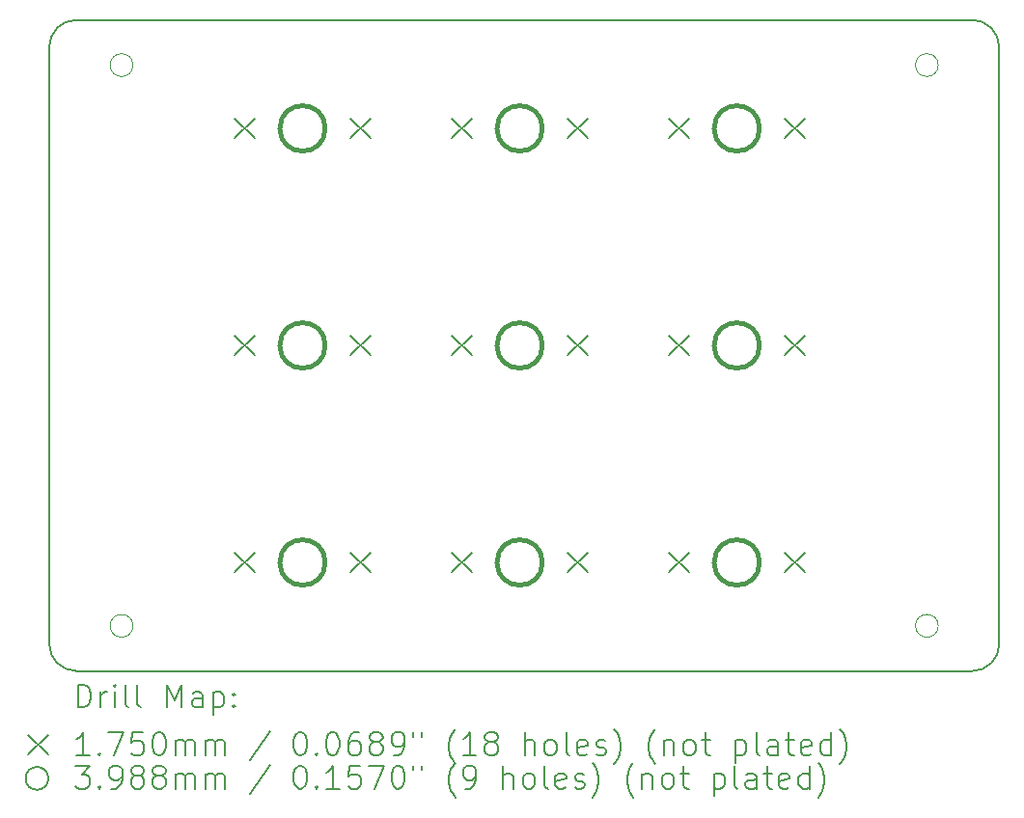
<source format=gbr>
%TF.GenerationSoftware,KiCad,Pcbnew,(6.0.9)*%
%TF.CreationDate,2023-04-02T22:43:47-05:00*%
%TF.ProjectId,Programmable Keys,50726f67-7261-46d6-9d61-626c65204b65,rev?*%
%TF.SameCoordinates,Original*%
%TF.FileFunction,Drillmap*%
%TF.FilePolarity,Positive*%
%FSLAX45Y45*%
G04 Gerber Fmt 4.5, Leading zero omitted, Abs format (unit mm)*
G04 Created by KiCad (PCBNEW (6.0.9)) date 2023-04-02 22:43:47*
%MOMM*%
%LPD*%
G01*
G04 APERTURE LIST*
%ADD10C,0.150000*%
%ADD11C,0.100000*%
%ADD12C,0.200000*%
%ADD13C,0.175000*%
%ADD14C,0.398780*%
G04 APERTURE END LIST*
D10*
X14525620Y-10715625D02*
G75*
G03*
X14763750Y-10953750I238130J5D01*
G01*
D11*
X15260625Y-10556875D02*
G75*
G03*
X15260625Y-10556875I-100000J0D01*
G01*
D10*
X22860000Y-5476875D02*
G75*
G03*
X22621875Y-5238750I-238130J-5D01*
G01*
X14763750Y-5238750D02*
X22621875Y-5238750D01*
D11*
X22325000Y-10556875D02*
G75*
G03*
X22325000Y-10556875I-100000J0D01*
G01*
D10*
X14525625Y-10715625D02*
X14525625Y-5476875D01*
X14763750Y-10953750D02*
X22621875Y-10953750D01*
D11*
X22325000Y-5635625D02*
G75*
G03*
X22325000Y-5635625I-100000J0D01*
G01*
D10*
X22621875Y-10953750D02*
G75*
G03*
X22860000Y-10715625I-5J238130D01*
G01*
X22860000Y-5476875D02*
X22860000Y-10715625D01*
D11*
X15260625Y-5635625D02*
G75*
G03*
X15260625Y-5635625I-100000J0D01*
G01*
D10*
X14763750Y-5238755D02*
G75*
G03*
X14525625Y-5476875I0J-238125D01*
G01*
D12*
D13*
X16152625Y-6103750D02*
X16327625Y-6278750D01*
X16327625Y-6103750D02*
X16152625Y-6278750D01*
X16152625Y-8008750D02*
X16327625Y-8183750D01*
X16327625Y-8008750D02*
X16152625Y-8183750D01*
X16152625Y-9913750D02*
X16327625Y-10088750D01*
X16327625Y-9913750D02*
X16152625Y-10088750D01*
X17168625Y-6103750D02*
X17343625Y-6278750D01*
X17343625Y-6103750D02*
X17168625Y-6278750D01*
X17168625Y-8008750D02*
X17343625Y-8183750D01*
X17343625Y-8008750D02*
X17168625Y-8183750D01*
X17168625Y-9913750D02*
X17343625Y-10088750D01*
X17343625Y-9913750D02*
X17168625Y-10088750D01*
X18057625Y-6103750D02*
X18232625Y-6278750D01*
X18232625Y-6103750D02*
X18057625Y-6278750D01*
X18057625Y-8008750D02*
X18232625Y-8183750D01*
X18232625Y-8008750D02*
X18057625Y-8183750D01*
X18057625Y-9913750D02*
X18232625Y-10088750D01*
X18232625Y-9913750D02*
X18057625Y-10088750D01*
X19073625Y-6103750D02*
X19248625Y-6278750D01*
X19248625Y-6103750D02*
X19073625Y-6278750D01*
X19073625Y-8008750D02*
X19248625Y-8183750D01*
X19248625Y-8008750D02*
X19073625Y-8183750D01*
X19073625Y-9913750D02*
X19248625Y-10088750D01*
X19248625Y-9913750D02*
X19073625Y-10088750D01*
X19962625Y-6103750D02*
X20137625Y-6278750D01*
X20137625Y-6103750D02*
X19962625Y-6278750D01*
X19962625Y-8008750D02*
X20137625Y-8183750D01*
X20137625Y-8008750D02*
X19962625Y-8183750D01*
X19962625Y-9913750D02*
X20137625Y-10088750D01*
X20137625Y-9913750D02*
X19962625Y-10088750D01*
X20978625Y-6103750D02*
X21153625Y-6278750D01*
X21153625Y-6103750D02*
X20978625Y-6278750D01*
X20978625Y-8008750D02*
X21153625Y-8183750D01*
X21153625Y-8008750D02*
X20978625Y-8183750D01*
X20978625Y-9913750D02*
X21153625Y-10088750D01*
X21153625Y-9913750D02*
X20978625Y-10088750D01*
D14*
X16947515Y-6191250D02*
G75*
G03*
X16947515Y-6191250I-199390J0D01*
G01*
X16947515Y-8096250D02*
G75*
G03*
X16947515Y-8096250I-199390J0D01*
G01*
X16947515Y-10001250D02*
G75*
G03*
X16947515Y-10001250I-199390J0D01*
G01*
X18852515Y-6191250D02*
G75*
G03*
X18852515Y-6191250I-199390J0D01*
G01*
X18852515Y-8096250D02*
G75*
G03*
X18852515Y-8096250I-199390J0D01*
G01*
X18852515Y-10001250D02*
G75*
G03*
X18852515Y-10001250I-199390J0D01*
G01*
X20757515Y-6191250D02*
G75*
G03*
X20757515Y-6191250I-199390J0D01*
G01*
X20757515Y-8096250D02*
G75*
G03*
X20757515Y-8096250I-199390J0D01*
G01*
X20757515Y-10001250D02*
G75*
G03*
X20757515Y-10001250I-199390J0D01*
G01*
D12*
X14775744Y-11271726D02*
X14775744Y-11071726D01*
X14823363Y-11071726D01*
X14851934Y-11081250D01*
X14870982Y-11100298D01*
X14880506Y-11119345D01*
X14890030Y-11157440D01*
X14890030Y-11186012D01*
X14880506Y-11224107D01*
X14870982Y-11243155D01*
X14851934Y-11262202D01*
X14823363Y-11271726D01*
X14775744Y-11271726D01*
X14975744Y-11271726D02*
X14975744Y-11138393D01*
X14975744Y-11176488D02*
X14985268Y-11157440D01*
X14994792Y-11147917D01*
X15013839Y-11138393D01*
X15032887Y-11138393D01*
X15099553Y-11271726D02*
X15099553Y-11138393D01*
X15099553Y-11071726D02*
X15090030Y-11081250D01*
X15099553Y-11090774D01*
X15109077Y-11081250D01*
X15099553Y-11071726D01*
X15099553Y-11090774D01*
X15223363Y-11271726D02*
X15204315Y-11262202D01*
X15194792Y-11243155D01*
X15194792Y-11071726D01*
X15328125Y-11271726D02*
X15309077Y-11262202D01*
X15299553Y-11243155D01*
X15299553Y-11071726D01*
X15556696Y-11271726D02*
X15556696Y-11071726D01*
X15623363Y-11214583D01*
X15690030Y-11071726D01*
X15690030Y-11271726D01*
X15870982Y-11271726D02*
X15870982Y-11166964D01*
X15861458Y-11147917D01*
X15842411Y-11138393D01*
X15804315Y-11138393D01*
X15785268Y-11147917D01*
X15870982Y-11262202D02*
X15851934Y-11271726D01*
X15804315Y-11271726D01*
X15785268Y-11262202D01*
X15775744Y-11243155D01*
X15775744Y-11224107D01*
X15785268Y-11205059D01*
X15804315Y-11195536D01*
X15851934Y-11195536D01*
X15870982Y-11186012D01*
X15966220Y-11138393D02*
X15966220Y-11338393D01*
X15966220Y-11147917D02*
X15985268Y-11138393D01*
X16023363Y-11138393D01*
X16042411Y-11147917D01*
X16051934Y-11157440D01*
X16061458Y-11176488D01*
X16061458Y-11233631D01*
X16051934Y-11252678D01*
X16042411Y-11262202D01*
X16023363Y-11271726D01*
X15985268Y-11271726D01*
X15966220Y-11262202D01*
X16147173Y-11252678D02*
X16156696Y-11262202D01*
X16147173Y-11271726D01*
X16137649Y-11262202D01*
X16147173Y-11252678D01*
X16147173Y-11271726D01*
X16147173Y-11147917D02*
X16156696Y-11157440D01*
X16147173Y-11166964D01*
X16137649Y-11157440D01*
X16147173Y-11147917D01*
X16147173Y-11166964D01*
D13*
X14343125Y-11513750D02*
X14518125Y-11688750D01*
X14518125Y-11513750D02*
X14343125Y-11688750D01*
D12*
X14880506Y-11691726D02*
X14766220Y-11691726D01*
X14823363Y-11691726D02*
X14823363Y-11491726D01*
X14804315Y-11520298D01*
X14785268Y-11539345D01*
X14766220Y-11548869D01*
X14966220Y-11672678D02*
X14975744Y-11682202D01*
X14966220Y-11691726D01*
X14956696Y-11682202D01*
X14966220Y-11672678D01*
X14966220Y-11691726D01*
X15042411Y-11491726D02*
X15175744Y-11491726D01*
X15090030Y-11691726D01*
X15347173Y-11491726D02*
X15251934Y-11491726D01*
X15242411Y-11586964D01*
X15251934Y-11577440D01*
X15270982Y-11567917D01*
X15318601Y-11567917D01*
X15337649Y-11577440D01*
X15347173Y-11586964D01*
X15356696Y-11606012D01*
X15356696Y-11653631D01*
X15347173Y-11672678D01*
X15337649Y-11682202D01*
X15318601Y-11691726D01*
X15270982Y-11691726D01*
X15251934Y-11682202D01*
X15242411Y-11672678D01*
X15480506Y-11491726D02*
X15499553Y-11491726D01*
X15518601Y-11501250D01*
X15528125Y-11510774D01*
X15537649Y-11529821D01*
X15547173Y-11567917D01*
X15547173Y-11615536D01*
X15537649Y-11653631D01*
X15528125Y-11672678D01*
X15518601Y-11682202D01*
X15499553Y-11691726D01*
X15480506Y-11691726D01*
X15461458Y-11682202D01*
X15451934Y-11672678D01*
X15442411Y-11653631D01*
X15432887Y-11615536D01*
X15432887Y-11567917D01*
X15442411Y-11529821D01*
X15451934Y-11510774D01*
X15461458Y-11501250D01*
X15480506Y-11491726D01*
X15632887Y-11691726D02*
X15632887Y-11558393D01*
X15632887Y-11577440D02*
X15642411Y-11567917D01*
X15661458Y-11558393D01*
X15690030Y-11558393D01*
X15709077Y-11567917D01*
X15718601Y-11586964D01*
X15718601Y-11691726D01*
X15718601Y-11586964D02*
X15728125Y-11567917D01*
X15747173Y-11558393D01*
X15775744Y-11558393D01*
X15794792Y-11567917D01*
X15804315Y-11586964D01*
X15804315Y-11691726D01*
X15899553Y-11691726D02*
X15899553Y-11558393D01*
X15899553Y-11577440D02*
X15909077Y-11567917D01*
X15928125Y-11558393D01*
X15956696Y-11558393D01*
X15975744Y-11567917D01*
X15985268Y-11586964D01*
X15985268Y-11691726D01*
X15985268Y-11586964D02*
X15994792Y-11567917D01*
X16013839Y-11558393D01*
X16042411Y-11558393D01*
X16061458Y-11567917D01*
X16070982Y-11586964D01*
X16070982Y-11691726D01*
X16461458Y-11482202D02*
X16290030Y-11739345D01*
X16718601Y-11491726D02*
X16737649Y-11491726D01*
X16756696Y-11501250D01*
X16766220Y-11510774D01*
X16775744Y-11529821D01*
X16785268Y-11567917D01*
X16785268Y-11615536D01*
X16775744Y-11653631D01*
X16766220Y-11672678D01*
X16756696Y-11682202D01*
X16737649Y-11691726D01*
X16718601Y-11691726D01*
X16699553Y-11682202D01*
X16690030Y-11672678D01*
X16680506Y-11653631D01*
X16670982Y-11615536D01*
X16670982Y-11567917D01*
X16680506Y-11529821D01*
X16690030Y-11510774D01*
X16699553Y-11501250D01*
X16718601Y-11491726D01*
X16870982Y-11672678D02*
X16880506Y-11682202D01*
X16870982Y-11691726D01*
X16861458Y-11682202D01*
X16870982Y-11672678D01*
X16870982Y-11691726D01*
X17004315Y-11491726D02*
X17023363Y-11491726D01*
X17042411Y-11501250D01*
X17051935Y-11510774D01*
X17061458Y-11529821D01*
X17070982Y-11567917D01*
X17070982Y-11615536D01*
X17061458Y-11653631D01*
X17051935Y-11672678D01*
X17042411Y-11682202D01*
X17023363Y-11691726D01*
X17004315Y-11691726D01*
X16985268Y-11682202D01*
X16975744Y-11672678D01*
X16966220Y-11653631D01*
X16956696Y-11615536D01*
X16956696Y-11567917D01*
X16966220Y-11529821D01*
X16975744Y-11510774D01*
X16985268Y-11501250D01*
X17004315Y-11491726D01*
X17242411Y-11491726D02*
X17204315Y-11491726D01*
X17185268Y-11501250D01*
X17175744Y-11510774D01*
X17156696Y-11539345D01*
X17147173Y-11577440D01*
X17147173Y-11653631D01*
X17156696Y-11672678D01*
X17166220Y-11682202D01*
X17185268Y-11691726D01*
X17223363Y-11691726D01*
X17242411Y-11682202D01*
X17251935Y-11672678D01*
X17261458Y-11653631D01*
X17261458Y-11606012D01*
X17251935Y-11586964D01*
X17242411Y-11577440D01*
X17223363Y-11567917D01*
X17185268Y-11567917D01*
X17166220Y-11577440D01*
X17156696Y-11586964D01*
X17147173Y-11606012D01*
X17375744Y-11577440D02*
X17356696Y-11567917D01*
X17347173Y-11558393D01*
X17337649Y-11539345D01*
X17337649Y-11529821D01*
X17347173Y-11510774D01*
X17356696Y-11501250D01*
X17375744Y-11491726D01*
X17413839Y-11491726D01*
X17432887Y-11501250D01*
X17442411Y-11510774D01*
X17451935Y-11529821D01*
X17451935Y-11539345D01*
X17442411Y-11558393D01*
X17432887Y-11567917D01*
X17413839Y-11577440D01*
X17375744Y-11577440D01*
X17356696Y-11586964D01*
X17347173Y-11596488D01*
X17337649Y-11615536D01*
X17337649Y-11653631D01*
X17347173Y-11672678D01*
X17356696Y-11682202D01*
X17375744Y-11691726D01*
X17413839Y-11691726D01*
X17432887Y-11682202D01*
X17442411Y-11672678D01*
X17451935Y-11653631D01*
X17451935Y-11615536D01*
X17442411Y-11596488D01*
X17432887Y-11586964D01*
X17413839Y-11577440D01*
X17547173Y-11691726D02*
X17585268Y-11691726D01*
X17604315Y-11682202D01*
X17613839Y-11672678D01*
X17632887Y-11644107D01*
X17642411Y-11606012D01*
X17642411Y-11529821D01*
X17632887Y-11510774D01*
X17623363Y-11501250D01*
X17604315Y-11491726D01*
X17566220Y-11491726D01*
X17547173Y-11501250D01*
X17537649Y-11510774D01*
X17528125Y-11529821D01*
X17528125Y-11577440D01*
X17537649Y-11596488D01*
X17547173Y-11606012D01*
X17566220Y-11615536D01*
X17604315Y-11615536D01*
X17623363Y-11606012D01*
X17632887Y-11596488D01*
X17642411Y-11577440D01*
X17718601Y-11491726D02*
X17718601Y-11529821D01*
X17794792Y-11491726D02*
X17794792Y-11529821D01*
X18090030Y-11767917D02*
X18080506Y-11758393D01*
X18061458Y-11729821D01*
X18051935Y-11710774D01*
X18042411Y-11682202D01*
X18032887Y-11634583D01*
X18032887Y-11596488D01*
X18042411Y-11548869D01*
X18051935Y-11520298D01*
X18061458Y-11501250D01*
X18080506Y-11472678D01*
X18090030Y-11463155D01*
X18270982Y-11691726D02*
X18156696Y-11691726D01*
X18213839Y-11691726D02*
X18213839Y-11491726D01*
X18194792Y-11520298D01*
X18175744Y-11539345D01*
X18156696Y-11548869D01*
X18385268Y-11577440D02*
X18366220Y-11567917D01*
X18356696Y-11558393D01*
X18347173Y-11539345D01*
X18347173Y-11529821D01*
X18356696Y-11510774D01*
X18366220Y-11501250D01*
X18385268Y-11491726D01*
X18423363Y-11491726D01*
X18442411Y-11501250D01*
X18451935Y-11510774D01*
X18461458Y-11529821D01*
X18461458Y-11539345D01*
X18451935Y-11558393D01*
X18442411Y-11567917D01*
X18423363Y-11577440D01*
X18385268Y-11577440D01*
X18366220Y-11586964D01*
X18356696Y-11596488D01*
X18347173Y-11615536D01*
X18347173Y-11653631D01*
X18356696Y-11672678D01*
X18366220Y-11682202D01*
X18385268Y-11691726D01*
X18423363Y-11691726D01*
X18442411Y-11682202D01*
X18451935Y-11672678D01*
X18461458Y-11653631D01*
X18461458Y-11615536D01*
X18451935Y-11596488D01*
X18442411Y-11586964D01*
X18423363Y-11577440D01*
X18699554Y-11691726D02*
X18699554Y-11491726D01*
X18785268Y-11691726D02*
X18785268Y-11586964D01*
X18775744Y-11567917D01*
X18756696Y-11558393D01*
X18728125Y-11558393D01*
X18709077Y-11567917D01*
X18699554Y-11577440D01*
X18909077Y-11691726D02*
X18890030Y-11682202D01*
X18880506Y-11672678D01*
X18870982Y-11653631D01*
X18870982Y-11596488D01*
X18880506Y-11577440D01*
X18890030Y-11567917D01*
X18909077Y-11558393D01*
X18937649Y-11558393D01*
X18956696Y-11567917D01*
X18966220Y-11577440D01*
X18975744Y-11596488D01*
X18975744Y-11653631D01*
X18966220Y-11672678D01*
X18956696Y-11682202D01*
X18937649Y-11691726D01*
X18909077Y-11691726D01*
X19090030Y-11691726D02*
X19070982Y-11682202D01*
X19061458Y-11663155D01*
X19061458Y-11491726D01*
X19242411Y-11682202D02*
X19223363Y-11691726D01*
X19185268Y-11691726D01*
X19166220Y-11682202D01*
X19156696Y-11663155D01*
X19156696Y-11586964D01*
X19166220Y-11567917D01*
X19185268Y-11558393D01*
X19223363Y-11558393D01*
X19242411Y-11567917D01*
X19251935Y-11586964D01*
X19251935Y-11606012D01*
X19156696Y-11625059D01*
X19328125Y-11682202D02*
X19347173Y-11691726D01*
X19385268Y-11691726D01*
X19404315Y-11682202D01*
X19413839Y-11663155D01*
X19413839Y-11653631D01*
X19404315Y-11634583D01*
X19385268Y-11625059D01*
X19356696Y-11625059D01*
X19337649Y-11615536D01*
X19328125Y-11596488D01*
X19328125Y-11586964D01*
X19337649Y-11567917D01*
X19356696Y-11558393D01*
X19385268Y-11558393D01*
X19404315Y-11567917D01*
X19480506Y-11767917D02*
X19490030Y-11758393D01*
X19509077Y-11729821D01*
X19518601Y-11710774D01*
X19528125Y-11682202D01*
X19537649Y-11634583D01*
X19537649Y-11596488D01*
X19528125Y-11548869D01*
X19518601Y-11520298D01*
X19509077Y-11501250D01*
X19490030Y-11472678D01*
X19480506Y-11463155D01*
X19842411Y-11767917D02*
X19832887Y-11758393D01*
X19813839Y-11729821D01*
X19804315Y-11710774D01*
X19794792Y-11682202D01*
X19785268Y-11634583D01*
X19785268Y-11596488D01*
X19794792Y-11548869D01*
X19804315Y-11520298D01*
X19813839Y-11501250D01*
X19832887Y-11472678D01*
X19842411Y-11463155D01*
X19918601Y-11558393D02*
X19918601Y-11691726D01*
X19918601Y-11577440D02*
X19928125Y-11567917D01*
X19947173Y-11558393D01*
X19975744Y-11558393D01*
X19994792Y-11567917D01*
X20004315Y-11586964D01*
X20004315Y-11691726D01*
X20128125Y-11691726D02*
X20109077Y-11682202D01*
X20099554Y-11672678D01*
X20090030Y-11653631D01*
X20090030Y-11596488D01*
X20099554Y-11577440D01*
X20109077Y-11567917D01*
X20128125Y-11558393D01*
X20156696Y-11558393D01*
X20175744Y-11567917D01*
X20185268Y-11577440D01*
X20194792Y-11596488D01*
X20194792Y-11653631D01*
X20185268Y-11672678D01*
X20175744Y-11682202D01*
X20156696Y-11691726D01*
X20128125Y-11691726D01*
X20251935Y-11558393D02*
X20328125Y-11558393D01*
X20280506Y-11491726D02*
X20280506Y-11663155D01*
X20290030Y-11682202D01*
X20309077Y-11691726D01*
X20328125Y-11691726D01*
X20547173Y-11558393D02*
X20547173Y-11758393D01*
X20547173Y-11567917D02*
X20566220Y-11558393D01*
X20604315Y-11558393D01*
X20623363Y-11567917D01*
X20632887Y-11577440D01*
X20642411Y-11596488D01*
X20642411Y-11653631D01*
X20632887Y-11672678D01*
X20623363Y-11682202D01*
X20604315Y-11691726D01*
X20566220Y-11691726D01*
X20547173Y-11682202D01*
X20756696Y-11691726D02*
X20737649Y-11682202D01*
X20728125Y-11663155D01*
X20728125Y-11491726D01*
X20918601Y-11691726D02*
X20918601Y-11586964D01*
X20909077Y-11567917D01*
X20890030Y-11558393D01*
X20851935Y-11558393D01*
X20832887Y-11567917D01*
X20918601Y-11682202D02*
X20899554Y-11691726D01*
X20851935Y-11691726D01*
X20832887Y-11682202D01*
X20823363Y-11663155D01*
X20823363Y-11644107D01*
X20832887Y-11625059D01*
X20851935Y-11615536D01*
X20899554Y-11615536D01*
X20918601Y-11606012D01*
X20985268Y-11558393D02*
X21061458Y-11558393D01*
X21013839Y-11491726D02*
X21013839Y-11663155D01*
X21023363Y-11682202D01*
X21042411Y-11691726D01*
X21061458Y-11691726D01*
X21204315Y-11682202D02*
X21185268Y-11691726D01*
X21147173Y-11691726D01*
X21128125Y-11682202D01*
X21118601Y-11663155D01*
X21118601Y-11586964D01*
X21128125Y-11567917D01*
X21147173Y-11558393D01*
X21185268Y-11558393D01*
X21204315Y-11567917D01*
X21213839Y-11586964D01*
X21213839Y-11606012D01*
X21118601Y-11625059D01*
X21385268Y-11691726D02*
X21385268Y-11491726D01*
X21385268Y-11682202D02*
X21366220Y-11691726D01*
X21328125Y-11691726D01*
X21309077Y-11682202D01*
X21299554Y-11672678D01*
X21290030Y-11653631D01*
X21290030Y-11596488D01*
X21299554Y-11577440D01*
X21309077Y-11567917D01*
X21328125Y-11558393D01*
X21366220Y-11558393D01*
X21385268Y-11567917D01*
X21461458Y-11767917D02*
X21470982Y-11758393D01*
X21490030Y-11729821D01*
X21499554Y-11710774D01*
X21509077Y-11682202D01*
X21518601Y-11634583D01*
X21518601Y-11596488D01*
X21509077Y-11548869D01*
X21499554Y-11520298D01*
X21490030Y-11501250D01*
X21470982Y-11472678D01*
X21461458Y-11463155D01*
X14518125Y-11896250D02*
G75*
G03*
X14518125Y-11896250I-100000J0D01*
G01*
X14756696Y-11786726D02*
X14880506Y-11786726D01*
X14813839Y-11862917D01*
X14842411Y-11862917D01*
X14861458Y-11872440D01*
X14870982Y-11881964D01*
X14880506Y-11901012D01*
X14880506Y-11948631D01*
X14870982Y-11967678D01*
X14861458Y-11977202D01*
X14842411Y-11986726D01*
X14785268Y-11986726D01*
X14766220Y-11977202D01*
X14756696Y-11967678D01*
X14966220Y-11967678D02*
X14975744Y-11977202D01*
X14966220Y-11986726D01*
X14956696Y-11977202D01*
X14966220Y-11967678D01*
X14966220Y-11986726D01*
X15070982Y-11986726D02*
X15109077Y-11986726D01*
X15128125Y-11977202D01*
X15137649Y-11967678D01*
X15156696Y-11939107D01*
X15166220Y-11901012D01*
X15166220Y-11824821D01*
X15156696Y-11805774D01*
X15147173Y-11796250D01*
X15128125Y-11786726D01*
X15090030Y-11786726D01*
X15070982Y-11796250D01*
X15061458Y-11805774D01*
X15051934Y-11824821D01*
X15051934Y-11872440D01*
X15061458Y-11891488D01*
X15070982Y-11901012D01*
X15090030Y-11910536D01*
X15128125Y-11910536D01*
X15147173Y-11901012D01*
X15156696Y-11891488D01*
X15166220Y-11872440D01*
X15280506Y-11872440D02*
X15261458Y-11862917D01*
X15251934Y-11853393D01*
X15242411Y-11834345D01*
X15242411Y-11824821D01*
X15251934Y-11805774D01*
X15261458Y-11796250D01*
X15280506Y-11786726D01*
X15318601Y-11786726D01*
X15337649Y-11796250D01*
X15347173Y-11805774D01*
X15356696Y-11824821D01*
X15356696Y-11834345D01*
X15347173Y-11853393D01*
X15337649Y-11862917D01*
X15318601Y-11872440D01*
X15280506Y-11872440D01*
X15261458Y-11881964D01*
X15251934Y-11891488D01*
X15242411Y-11910536D01*
X15242411Y-11948631D01*
X15251934Y-11967678D01*
X15261458Y-11977202D01*
X15280506Y-11986726D01*
X15318601Y-11986726D01*
X15337649Y-11977202D01*
X15347173Y-11967678D01*
X15356696Y-11948631D01*
X15356696Y-11910536D01*
X15347173Y-11891488D01*
X15337649Y-11881964D01*
X15318601Y-11872440D01*
X15470982Y-11872440D02*
X15451934Y-11862917D01*
X15442411Y-11853393D01*
X15432887Y-11834345D01*
X15432887Y-11824821D01*
X15442411Y-11805774D01*
X15451934Y-11796250D01*
X15470982Y-11786726D01*
X15509077Y-11786726D01*
X15528125Y-11796250D01*
X15537649Y-11805774D01*
X15547173Y-11824821D01*
X15547173Y-11834345D01*
X15537649Y-11853393D01*
X15528125Y-11862917D01*
X15509077Y-11872440D01*
X15470982Y-11872440D01*
X15451934Y-11881964D01*
X15442411Y-11891488D01*
X15432887Y-11910536D01*
X15432887Y-11948631D01*
X15442411Y-11967678D01*
X15451934Y-11977202D01*
X15470982Y-11986726D01*
X15509077Y-11986726D01*
X15528125Y-11977202D01*
X15537649Y-11967678D01*
X15547173Y-11948631D01*
X15547173Y-11910536D01*
X15537649Y-11891488D01*
X15528125Y-11881964D01*
X15509077Y-11872440D01*
X15632887Y-11986726D02*
X15632887Y-11853393D01*
X15632887Y-11872440D02*
X15642411Y-11862917D01*
X15661458Y-11853393D01*
X15690030Y-11853393D01*
X15709077Y-11862917D01*
X15718601Y-11881964D01*
X15718601Y-11986726D01*
X15718601Y-11881964D02*
X15728125Y-11862917D01*
X15747173Y-11853393D01*
X15775744Y-11853393D01*
X15794792Y-11862917D01*
X15804315Y-11881964D01*
X15804315Y-11986726D01*
X15899553Y-11986726D02*
X15899553Y-11853393D01*
X15899553Y-11872440D02*
X15909077Y-11862917D01*
X15928125Y-11853393D01*
X15956696Y-11853393D01*
X15975744Y-11862917D01*
X15985268Y-11881964D01*
X15985268Y-11986726D01*
X15985268Y-11881964D02*
X15994792Y-11862917D01*
X16013839Y-11853393D01*
X16042411Y-11853393D01*
X16061458Y-11862917D01*
X16070982Y-11881964D01*
X16070982Y-11986726D01*
X16461458Y-11777202D02*
X16290030Y-12034345D01*
X16718601Y-11786726D02*
X16737649Y-11786726D01*
X16756696Y-11796250D01*
X16766220Y-11805774D01*
X16775744Y-11824821D01*
X16785268Y-11862917D01*
X16785268Y-11910536D01*
X16775744Y-11948631D01*
X16766220Y-11967678D01*
X16756696Y-11977202D01*
X16737649Y-11986726D01*
X16718601Y-11986726D01*
X16699553Y-11977202D01*
X16690030Y-11967678D01*
X16680506Y-11948631D01*
X16670982Y-11910536D01*
X16670982Y-11862917D01*
X16680506Y-11824821D01*
X16690030Y-11805774D01*
X16699553Y-11796250D01*
X16718601Y-11786726D01*
X16870982Y-11967678D02*
X16880506Y-11977202D01*
X16870982Y-11986726D01*
X16861458Y-11977202D01*
X16870982Y-11967678D01*
X16870982Y-11986726D01*
X17070982Y-11986726D02*
X16956696Y-11986726D01*
X17013839Y-11986726D02*
X17013839Y-11786726D01*
X16994792Y-11815298D01*
X16975744Y-11834345D01*
X16956696Y-11843869D01*
X17251935Y-11786726D02*
X17156696Y-11786726D01*
X17147173Y-11881964D01*
X17156696Y-11872440D01*
X17175744Y-11862917D01*
X17223363Y-11862917D01*
X17242411Y-11872440D01*
X17251935Y-11881964D01*
X17261458Y-11901012D01*
X17261458Y-11948631D01*
X17251935Y-11967678D01*
X17242411Y-11977202D01*
X17223363Y-11986726D01*
X17175744Y-11986726D01*
X17156696Y-11977202D01*
X17147173Y-11967678D01*
X17328125Y-11786726D02*
X17461458Y-11786726D01*
X17375744Y-11986726D01*
X17575744Y-11786726D02*
X17594792Y-11786726D01*
X17613839Y-11796250D01*
X17623363Y-11805774D01*
X17632887Y-11824821D01*
X17642411Y-11862917D01*
X17642411Y-11910536D01*
X17632887Y-11948631D01*
X17623363Y-11967678D01*
X17613839Y-11977202D01*
X17594792Y-11986726D01*
X17575744Y-11986726D01*
X17556696Y-11977202D01*
X17547173Y-11967678D01*
X17537649Y-11948631D01*
X17528125Y-11910536D01*
X17528125Y-11862917D01*
X17537649Y-11824821D01*
X17547173Y-11805774D01*
X17556696Y-11796250D01*
X17575744Y-11786726D01*
X17718601Y-11786726D02*
X17718601Y-11824821D01*
X17794792Y-11786726D02*
X17794792Y-11824821D01*
X18090030Y-12062917D02*
X18080506Y-12053393D01*
X18061458Y-12024821D01*
X18051935Y-12005774D01*
X18042411Y-11977202D01*
X18032887Y-11929583D01*
X18032887Y-11891488D01*
X18042411Y-11843869D01*
X18051935Y-11815298D01*
X18061458Y-11796250D01*
X18080506Y-11767678D01*
X18090030Y-11758155D01*
X18175744Y-11986726D02*
X18213839Y-11986726D01*
X18232887Y-11977202D01*
X18242411Y-11967678D01*
X18261458Y-11939107D01*
X18270982Y-11901012D01*
X18270982Y-11824821D01*
X18261458Y-11805774D01*
X18251935Y-11796250D01*
X18232887Y-11786726D01*
X18194792Y-11786726D01*
X18175744Y-11796250D01*
X18166220Y-11805774D01*
X18156696Y-11824821D01*
X18156696Y-11872440D01*
X18166220Y-11891488D01*
X18175744Y-11901012D01*
X18194792Y-11910536D01*
X18232887Y-11910536D01*
X18251935Y-11901012D01*
X18261458Y-11891488D01*
X18270982Y-11872440D01*
X18509077Y-11986726D02*
X18509077Y-11786726D01*
X18594792Y-11986726D02*
X18594792Y-11881964D01*
X18585268Y-11862917D01*
X18566220Y-11853393D01*
X18537649Y-11853393D01*
X18518601Y-11862917D01*
X18509077Y-11872440D01*
X18718601Y-11986726D02*
X18699554Y-11977202D01*
X18690030Y-11967678D01*
X18680506Y-11948631D01*
X18680506Y-11891488D01*
X18690030Y-11872440D01*
X18699554Y-11862917D01*
X18718601Y-11853393D01*
X18747173Y-11853393D01*
X18766220Y-11862917D01*
X18775744Y-11872440D01*
X18785268Y-11891488D01*
X18785268Y-11948631D01*
X18775744Y-11967678D01*
X18766220Y-11977202D01*
X18747173Y-11986726D01*
X18718601Y-11986726D01*
X18899554Y-11986726D02*
X18880506Y-11977202D01*
X18870982Y-11958155D01*
X18870982Y-11786726D01*
X19051935Y-11977202D02*
X19032887Y-11986726D01*
X18994792Y-11986726D01*
X18975744Y-11977202D01*
X18966220Y-11958155D01*
X18966220Y-11881964D01*
X18975744Y-11862917D01*
X18994792Y-11853393D01*
X19032887Y-11853393D01*
X19051935Y-11862917D01*
X19061458Y-11881964D01*
X19061458Y-11901012D01*
X18966220Y-11920059D01*
X19137649Y-11977202D02*
X19156696Y-11986726D01*
X19194792Y-11986726D01*
X19213839Y-11977202D01*
X19223363Y-11958155D01*
X19223363Y-11948631D01*
X19213839Y-11929583D01*
X19194792Y-11920059D01*
X19166220Y-11920059D01*
X19147173Y-11910536D01*
X19137649Y-11891488D01*
X19137649Y-11881964D01*
X19147173Y-11862917D01*
X19166220Y-11853393D01*
X19194792Y-11853393D01*
X19213839Y-11862917D01*
X19290030Y-12062917D02*
X19299554Y-12053393D01*
X19318601Y-12024821D01*
X19328125Y-12005774D01*
X19337649Y-11977202D01*
X19347173Y-11929583D01*
X19347173Y-11891488D01*
X19337649Y-11843869D01*
X19328125Y-11815298D01*
X19318601Y-11796250D01*
X19299554Y-11767678D01*
X19290030Y-11758155D01*
X19651935Y-12062917D02*
X19642411Y-12053393D01*
X19623363Y-12024821D01*
X19613839Y-12005774D01*
X19604315Y-11977202D01*
X19594792Y-11929583D01*
X19594792Y-11891488D01*
X19604315Y-11843869D01*
X19613839Y-11815298D01*
X19623363Y-11796250D01*
X19642411Y-11767678D01*
X19651935Y-11758155D01*
X19728125Y-11853393D02*
X19728125Y-11986726D01*
X19728125Y-11872440D02*
X19737649Y-11862917D01*
X19756696Y-11853393D01*
X19785268Y-11853393D01*
X19804315Y-11862917D01*
X19813839Y-11881964D01*
X19813839Y-11986726D01*
X19937649Y-11986726D02*
X19918601Y-11977202D01*
X19909077Y-11967678D01*
X19899554Y-11948631D01*
X19899554Y-11891488D01*
X19909077Y-11872440D01*
X19918601Y-11862917D01*
X19937649Y-11853393D01*
X19966220Y-11853393D01*
X19985268Y-11862917D01*
X19994792Y-11872440D01*
X20004315Y-11891488D01*
X20004315Y-11948631D01*
X19994792Y-11967678D01*
X19985268Y-11977202D01*
X19966220Y-11986726D01*
X19937649Y-11986726D01*
X20061458Y-11853393D02*
X20137649Y-11853393D01*
X20090030Y-11786726D02*
X20090030Y-11958155D01*
X20099554Y-11977202D01*
X20118601Y-11986726D01*
X20137649Y-11986726D01*
X20356696Y-11853393D02*
X20356696Y-12053393D01*
X20356696Y-11862917D02*
X20375744Y-11853393D01*
X20413839Y-11853393D01*
X20432887Y-11862917D01*
X20442411Y-11872440D01*
X20451935Y-11891488D01*
X20451935Y-11948631D01*
X20442411Y-11967678D01*
X20432887Y-11977202D01*
X20413839Y-11986726D01*
X20375744Y-11986726D01*
X20356696Y-11977202D01*
X20566220Y-11986726D02*
X20547173Y-11977202D01*
X20537649Y-11958155D01*
X20537649Y-11786726D01*
X20728125Y-11986726D02*
X20728125Y-11881964D01*
X20718601Y-11862917D01*
X20699554Y-11853393D01*
X20661458Y-11853393D01*
X20642411Y-11862917D01*
X20728125Y-11977202D02*
X20709077Y-11986726D01*
X20661458Y-11986726D01*
X20642411Y-11977202D01*
X20632887Y-11958155D01*
X20632887Y-11939107D01*
X20642411Y-11920059D01*
X20661458Y-11910536D01*
X20709077Y-11910536D01*
X20728125Y-11901012D01*
X20794792Y-11853393D02*
X20870982Y-11853393D01*
X20823363Y-11786726D02*
X20823363Y-11958155D01*
X20832887Y-11977202D01*
X20851935Y-11986726D01*
X20870982Y-11986726D01*
X21013839Y-11977202D02*
X20994792Y-11986726D01*
X20956696Y-11986726D01*
X20937649Y-11977202D01*
X20928125Y-11958155D01*
X20928125Y-11881964D01*
X20937649Y-11862917D01*
X20956696Y-11853393D01*
X20994792Y-11853393D01*
X21013839Y-11862917D01*
X21023363Y-11881964D01*
X21023363Y-11901012D01*
X20928125Y-11920059D01*
X21194792Y-11986726D02*
X21194792Y-11786726D01*
X21194792Y-11977202D02*
X21175744Y-11986726D01*
X21137649Y-11986726D01*
X21118601Y-11977202D01*
X21109077Y-11967678D01*
X21099554Y-11948631D01*
X21099554Y-11891488D01*
X21109077Y-11872440D01*
X21118601Y-11862917D01*
X21137649Y-11853393D01*
X21175744Y-11853393D01*
X21194792Y-11862917D01*
X21270982Y-12062917D02*
X21280506Y-12053393D01*
X21299554Y-12024821D01*
X21309077Y-12005774D01*
X21318601Y-11977202D01*
X21328125Y-11929583D01*
X21328125Y-11891488D01*
X21318601Y-11843869D01*
X21309077Y-11815298D01*
X21299554Y-11796250D01*
X21280506Y-11767678D01*
X21270982Y-11758155D01*
M02*

</source>
